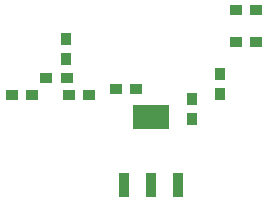
<source format=gbr>
G04 DipTrace 2.4.0.2*
%INTopPaste.gbr*%
%MOIN*%
%ADD33R,0.0354X0.0393*%
%ADD37R,0.0393X0.0354*%
%ADD39R,0.124X0.0806*%
%ADD41R,0.0334X0.0806*%
%FSLAX44Y44*%
G04*
G70*
G90*
G75*
G01*
%LNTopPaste*%
%LPD*%
D41*
X8240Y5990D3*
X9146D3*
X10051D3*
D39*
X9146Y8273D3*
D37*
X7975Y9180D3*
X8645D3*
D33*
X11470Y9040D3*
Y9709D3*
X10510Y8190D3*
Y8859D3*
X6320Y10860D3*
Y10191D3*
D37*
X5670Y9570D3*
X6339D3*
X6420Y8990D3*
X7089D3*
X4530Y8980D3*
X5199D3*
X11975Y10760D3*
X12645D3*
X11980Y11820D3*
X12649D3*
M02*

</source>
